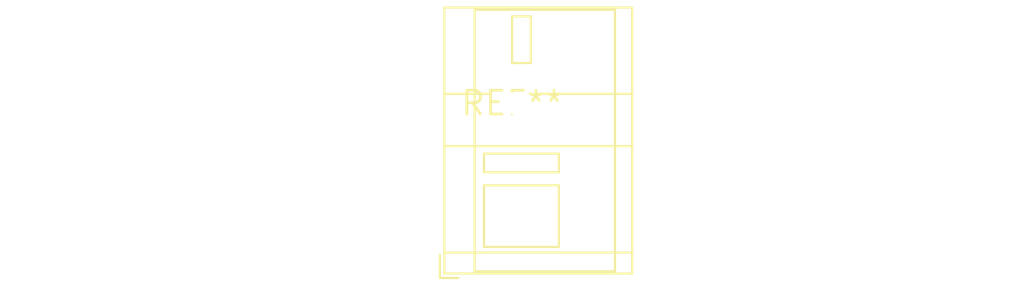
<source format=kicad_pcb>
(kicad_pcb (version 20240108) (generator pcbnew)
  (layers (0 "F.Cu" signal) (31 "B.Cu" signal) (34 "B.Paste" user) (35 "F.Paste" user) (36 "B.SilkS" user "B.Silkscreen") (37 "F.SilkS" user "F.Silkscreen") (38 "B.Mask" user) (39 "F.Mask" user) (44 "Edge.Cuts" user))
  (net 0 "")
  (footprint "TerminalBlock_WAGO_236-201_1x01_P7.50mm_45Degree" (layer "F.Cu") (at 0 0)
    (property "Reference" "REF**")
    (property "Value" "TerminalBlock_WAGO_236-201_1x01_P7.50mm_45Degree")
    (fp_line (start -3.86 8.12) (end -3.86 9.36) (layer "F.SilkS") (stroke (width 0.12)))
    (fp_line (start -3.86 9.36) (end -2.86 9.36) (layer "F.SilkS") (stroke (width 0.12)))
    (fp_line (start -3.62 -5.12) (end -3.62 9.12) (layer "F.SilkS") (stroke (width 0.12)))
    (fp_line (start -3.62 -5.12) (end 6.421 -5.12) (layer "F.SilkS") (stroke (width 0.12)))
    (fp_line (start -3.62 -0.5) (end -1.23 -0.5) (layer "F.SilkS") (stroke (width 0.12)))
    (fp_line (start -3.62 2.3) (end 6.421 2.3) (layer "F.SilkS") (stroke (width 0.12)))
    (fp_line (start -3.62 8) (end 6.421 8) (layer "F.SilkS") (stroke (width 0.12)))
    (fp_line (start -3.62 9.12) (end 6.421 9.12) (layer "F.SilkS") (stroke (width 0.12)))
    (fp_line (start -2 -5) (end -2 9) (layer "F.SilkS") (stroke (width 0.12)))
    (fp_line (start -2 -5) (end 5.5 -5) (layer "F.SilkS") (stroke (width 0.12)))
    (fp_line (start -2 9) (end 5.5 9) (layer "F.SilkS") (stroke (width 0.12)))
    (fp_line (start -1.5 2.7) (end -1.5 3.7) (layer "F.SilkS") (stroke (width 0.12)))
    (fp_line (start -1.5 2.7) (end 2.5 2.7) (layer "F.SilkS") (stroke (width 0.12)))
    (fp_line (start -1.5 3.7) (end 2.5 3.7) (layer "F.SilkS") (stroke (width 0.12)))
    (fp_line (start -1.5 4.4) (end -1.5 7.7) (layer "F.SilkS") (stroke (width 0.12)))
    (fp_line (start -1.5 4.4) (end 2.5 4.4) (layer "F.SilkS") (stroke (width 0.12)))
    (fp_line (start -1.5 7.7) (end 2.5 7.7) (layer "F.SilkS") (stroke (width 0.12)))
    (fp_line (start 0 -4.65) (end 0 -2.151) (layer "F.SilkS") (stroke (width 0.12)))
    (fp_line (start 0 -4.65) (end 1 -4.65) (layer "F.SilkS") (stroke (width 0.12)))
    (fp_line (start 0 -2.151) (end 1 -2.151) (layer "F.SilkS") (stroke (width 0.12)))
    (fp_line (start 1 -4.65) (end 1 -2.151) (layer "F.SilkS") (stroke (width 0.12)))
    (fp_line (start 1.23 -0.5) (end 6.421 -0.5) (layer "F.SilkS") (stroke (width 0.12)))
    (fp_line (start 2.5 2.7) (end 2.5 3.7) (layer "F.SilkS") (stroke (width 0.12)))
    (fp_line (start 2.5 4.4) (end 2.5 7.7) (layer "F.SilkS") (stroke (width 0.12)))
    (fp_line (start 5.5 -5) (end 5.5 9) (layer "F.SilkS") (stroke (width 0.12)))
    (fp_line (start 6.421 -5.12) (end 6.421 9.12) (layer "F.SilkS") (stroke (width 0.12)))
    (pad "1" thru_hole rect (at 0 0) (size 1.5 3) (drill 1.15) (layers *.Cu *.Mask) (remove_unused_layers))
  )
)
</source>
